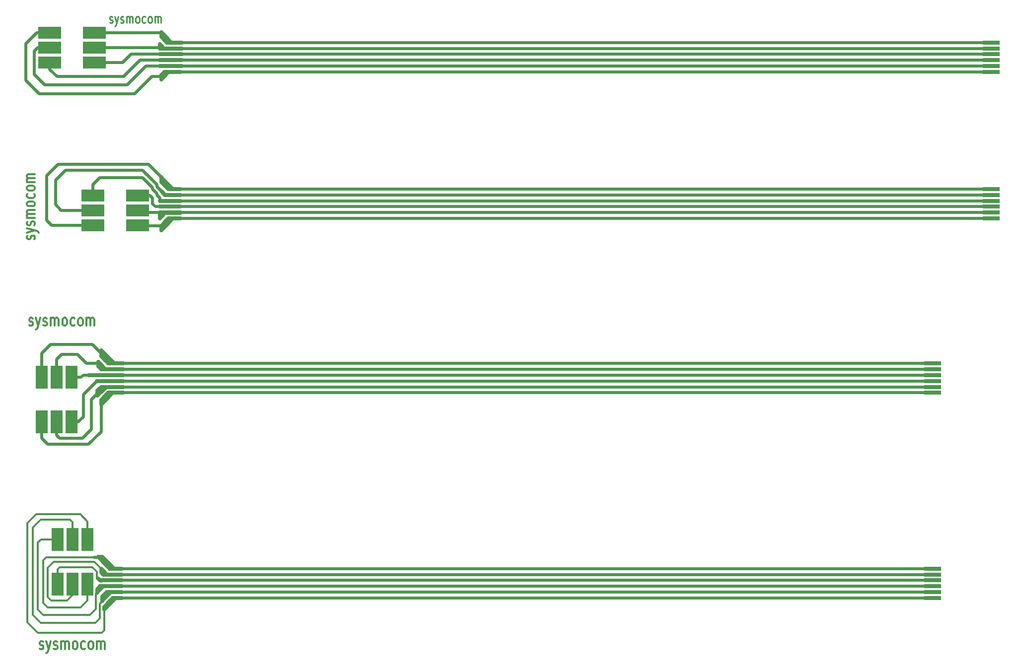
<source format=gtl>
G04 (created by PCBNEW-RS274X (2011-07-02 BZR 3034)-testing) date Thu 15 Dec 2011 12:00:24 PM CET*
G01*
G70*
G90*
%MOIN*%
G04 Gerber Fmt 3.4, Leading zero omitted, Abs format*
%FSLAX34Y34*%
G04 APERTURE LIST*
%ADD10C,0.006000*%
%ADD11C,0.009900*%
%ADD12C,0.012000*%
%ADD13R,0.118100X0.031500*%
%ADD14R,0.157500X0.078700*%
%ADD15R,0.078700X0.157500*%
%ADD16C,0.027600*%
%ADD17C,0.011800*%
%ADD18C,0.019700*%
%ADD19C,0.008000*%
G04 APERTURE END LIST*
G54D10*
G54D11*
X25670Y-10568D02*
X25715Y-10600D01*
X25805Y-10600D01*
X25850Y-10568D01*
X25872Y-10505D01*
X25872Y-10473D01*
X25850Y-10409D01*
X25805Y-10377D01*
X25737Y-10377D01*
X25692Y-10345D01*
X25670Y-10282D01*
X25670Y-10250D01*
X25692Y-10186D01*
X25737Y-10154D01*
X25805Y-10154D01*
X25850Y-10186D01*
X26029Y-10154D02*
X26142Y-10600D01*
X26254Y-10154D02*
X26142Y-10600D01*
X26097Y-10760D01*
X26074Y-10791D01*
X26029Y-10823D01*
X26412Y-10568D02*
X26457Y-10600D01*
X26547Y-10600D01*
X26592Y-10568D01*
X26614Y-10505D01*
X26614Y-10473D01*
X26592Y-10409D01*
X26547Y-10377D01*
X26479Y-10377D01*
X26434Y-10345D01*
X26412Y-10282D01*
X26412Y-10250D01*
X26434Y-10186D01*
X26479Y-10154D01*
X26547Y-10154D01*
X26592Y-10186D01*
X26816Y-10600D02*
X26816Y-10154D01*
X26816Y-10218D02*
X26839Y-10186D01*
X26884Y-10154D01*
X26951Y-10154D01*
X26996Y-10186D01*
X27019Y-10250D01*
X27019Y-10600D01*
X27019Y-10250D02*
X27041Y-10186D01*
X27086Y-10154D01*
X27154Y-10154D01*
X27198Y-10186D01*
X27221Y-10250D01*
X27221Y-10600D01*
X27513Y-10600D02*
X27468Y-10568D01*
X27445Y-10537D01*
X27423Y-10473D01*
X27423Y-10282D01*
X27445Y-10218D01*
X27468Y-10186D01*
X27513Y-10154D01*
X27580Y-10154D01*
X27625Y-10186D01*
X27648Y-10218D01*
X27670Y-10282D01*
X27670Y-10473D01*
X27648Y-10537D01*
X27625Y-10568D01*
X27580Y-10600D01*
X27513Y-10600D01*
X28075Y-10568D02*
X28030Y-10600D01*
X27940Y-10600D01*
X27895Y-10568D01*
X27872Y-10537D01*
X27850Y-10473D01*
X27850Y-10282D01*
X27872Y-10218D01*
X27895Y-10186D01*
X27940Y-10154D01*
X28030Y-10154D01*
X28075Y-10186D01*
X28345Y-10600D02*
X28300Y-10568D01*
X28277Y-10537D01*
X28255Y-10473D01*
X28255Y-10282D01*
X28277Y-10218D01*
X28300Y-10186D01*
X28345Y-10154D01*
X28412Y-10154D01*
X28457Y-10186D01*
X28480Y-10218D01*
X28502Y-10282D01*
X28502Y-10473D01*
X28480Y-10537D01*
X28457Y-10568D01*
X28412Y-10600D01*
X28345Y-10600D01*
X28704Y-10600D02*
X28704Y-10154D01*
X28704Y-10218D02*
X28727Y-10186D01*
X28772Y-10154D01*
X28839Y-10154D01*
X28884Y-10186D01*
X28907Y-10250D01*
X28907Y-10600D01*
X28907Y-10250D02*
X28929Y-10186D01*
X28974Y-10154D01*
X29042Y-10154D01*
X29086Y-10186D01*
X29109Y-10250D01*
X29109Y-10600D01*
G54D12*
X20616Y-25130D02*
X20654Y-25073D01*
X20654Y-24958D01*
X20616Y-24901D01*
X20540Y-24873D01*
X20501Y-24873D01*
X20425Y-24901D01*
X20387Y-24958D01*
X20387Y-25044D01*
X20349Y-25101D01*
X20273Y-25130D01*
X20235Y-25130D01*
X20159Y-25101D01*
X20120Y-25044D01*
X20120Y-24958D01*
X20159Y-24901D01*
X20120Y-24672D02*
X20654Y-24529D01*
X20120Y-24387D02*
X20654Y-24529D01*
X20844Y-24587D01*
X20882Y-24615D01*
X20920Y-24672D01*
X20616Y-24187D02*
X20654Y-24130D01*
X20654Y-24015D01*
X20616Y-23958D01*
X20540Y-23930D01*
X20501Y-23930D01*
X20425Y-23958D01*
X20387Y-24015D01*
X20387Y-24101D01*
X20349Y-24158D01*
X20273Y-24187D01*
X20235Y-24187D01*
X20159Y-24158D01*
X20120Y-24101D01*
X20120Y-24015D01*
X20159Y-23958D01*
X20654Y-23672D02*
X20120Y-23672D01*
X20197Y-23672D02*
X20159Y-23644D01*
X20120Y-23586D01*
X20120Y-23501D01*
X20159Y-23444D01*
X20235Y-23415D01*
X20654Y-23415D01*
X20235Y-23415D02*
X20159Y-23386D01*
X20120Y-23329D01*
X20120Y-23244D01*
X20159Y-23186D01*
X20235Y-23158D01*
X20654Y-23158D01*
X20654Y-22786D02*
X20616Y-22844D01*
X20578Y-22872D01*
X20501Y-22901D01*
X20273Y-22901D01*
X20197Y-22872D01*
X20159Y-22844D01*
X20120Y-22786D01*
X20120Y-22701D01*
X20159Y-22644D01*
X20197Y-22615D01*
X20273Y-22586D01*
X20501Y-22586D01*
X20578Y-22615D01*
X20616Y-22644D01*
X20654Y-22701D01*
X20654Y-22786D01*
X20616Y-22072D02*
X20654Y-22129D01*
X20654Y-22243D01*
X20616Y-22301D01*
X20578Y-22329D01*
X20501Y-22358D01*
X20273Y-22358D01*
X20197Y-22329D01*
X20159Y-22301D01*
X20120Y-22243D01*
X20120Y-22129D01*
X20159Y-22072D01*
X20654Y-21729D02*
X20616Y-21787D01*
X20578Y-21815D01*
X20501Y-21844D01*
X20273Y-21844D01*
X20197Y-21815D01*
X20159Y-21787D01*
X20120Y-21729D01*
X20120Y-21644D01*
X20159Y-21587D01*
X20197Y-21558D01*
X20273Y-21529D01*
X20501Y-21529D01*
X20578Y-21558D01*
X20616Y-21587D01*
X20654Y-21644D01*
X20654Y-21729D01*
X20654Y-21272D02*
X20120Y-21272D01*
X20197Y-21272D02*
X20159Y-21244D01*
X20120Y-21186D01*
X20120Y-21101D01*
X20159Y-21044D01*
X20235Y-21015D01*
X20654Y-21015D01*
X20235Y-21015D02*
X20159Y-20986D01*
X20120Y-20929D01*
X20120Y-20844D01*
X20159Y-20786D01*
X20235Y-20758D01*
X20654Y-20758D01*
X20970Y-52616D02*
X21027Y-52654D01*
X21142Y-52654D01*
X21199Y-52616D01*
X21227Y-52540D01*
X21227Y-52501D01*
X21199Y-52425D01*
X21142Y-52387D01*
X21056Y-52387D01*
X20999Y-52349D01*
X20970Y-52273D01*
X20970Y-52235D01*
X20999Y-52159D01*
X21056Y-52120D01*
X21142Y-52120D01*
X21199Y-52159D01*
X21428Y-52120D02*
X21571Y-52654D01*
X21713Y-52120D02*
X21571Y-52654D01*
X21513Y-52844D01*
X21485Y-52882D01*
X21428Y-52920D01*
X21913Y-52616D02*
X21970Y-52654D01*
X22085Y-52654D01*
X22142Y-52616D01*
X22170Y-52540D01*
X22170Y-52501D01*
X22142Y-52425D01*
X22085Y-52387D01*
X21999Y-52387D01*
X21942Y-52349D01*
X21913Y-52273D01*
X21913Y-52235D01*
X21942Y-52159D01*
X21999Y-52120D01*
X22085Y-52120D01*
X22142Y-52159D01*
X22428Y-52654D02*
X22428Y-52120D01*
X22428Y-52197D02*
X22456Y-52159D01*
X22514Y-52120D01*
X22599Y-52120D01*
X22656Y-52159D01*
X22685Y-52235D01*
X22685Y-52654D01*
X22685Y-52235D02*
X22714Y-52159D01*
X22771Y-52120D01*
X22856Y-52120D01*
X22914Y-52159D01*
X22942Y-52235D01*
X22942Y-52654D01*
X23314Y-52654D02*
X23256Y-52616D01*
X23228Y-52578D01*
X23199Y-52501D01*
X23199Y-52273D01*
X23228Y-52197D01*
X23256Y-52159D01*
X23314Y-52120D01*
X23399Y-52120D01*
X23456Y-52159D01*
X23485Y-52197D01*
X23514Y-52273D01*
X23514Y-52501D01*
X23485Y-52578D01*
X23456Y-52616D01*
X23399Y-52654D01*
X23314Y-52654D01*
X24028Y-52616D02*
X23971Y-52654D01*
X23857Y-52654D01*
X23799Y-52616D01*
X23771Y-52578D01*
X23742Y-52501D01*
X23742Y-52273D01*
X23771Y-52197D01*
X23799Y-52159D01*
X23857Y-52120D01*
X23971Y-52120D01*
X24028Y-52159D01*
X24371Y-52654D02*
X24313Y-52616D01*
X24285Y-52578D01*
X24256Y-52501D01*
X24256Y-52273D01*
X24285Y-52197D01*
X24313Y-52159D01*
X24371Y-52120D01*
X24456Y-52120D01*
X24513Y-52159D01*
X24542Y-52197D01*
X24571Y-52273D01*
X24571Y-52501D01*
X24542Y-52578D01*
X24513Y-52616D01*
X24456Y-52654D01*
X24371Y-52654D01*
X24828Y-52654D02*
X24828Y-52120D01*
X24828Y-52197D02*
X24856Y-52159D01*
X24914Y-52120D01*
X24999Y-52120D01*
X25056Y-52159D01*
X25085Y-52235D01*
X25085Y-52654D01*
X25085Y-52235D02*
X25114Y-52159D01*
X25171Y-52120D01*
X25256Y-52120D01*
X25314Y-52159D01*
X25342Y-52235D01*
X25342Y-52654D01*
X20270Y-30896D02*
X20327Y-30934D01*
X20442Y-30934D01*
X20499Y-30896D01*
X20527Y-30820D01*
X20527Y-30781D01*
X20499Y-30705D01*
X20442Y-30667D01*
X20356Y-30667D01*
X20299Y-30629D01*
X20270Y-30553D01*
X20270Y-30515D01*
X20299Y-30439D01*
X20356Y-30400D01*
X20442Y-30400D01*
X20499Y-30439D01*
X20728Y-30400D02*
X20871Y-30934D01*
X21013Y-30400D02*
X20871Y-30934D01*
X20813Y-31124D01*
X20785Y-31162D01*
X20728Y-31200D01*
X21213Y-30896D02*
X21270Y-30934D01*
X21385Y-30934D01*
X21442Y-30896D01*
X21470Y-30820D01*
X21470Y-30781D01*
X21442Y-30705D01*
X21385Y-30667D01*
X21299Y-30667D01*
X21242Y-30629D01*
X21213Y-30553D01*
X21213Y-30515D01*
X21242Y-30439D01*
X21299Y-30400D01*
X21385Y-30400D01*
X21442Y-30439D01*
X21728Y-30934D02*
X21728Y-30400D01*
X21728Y-30477D02*
X21756Y-30439D01*
X21814Y-30400D01*
X21899Y-30400D01*
X21956Y-30439D01*
X21985Y-30515D01*
X21985Y-30934D01*
X21985Y-30515D02*
X22014Y-30439D01*
X22071Y-30400D01*
X22156Y-30400D01*
X22214Y-30439D01*
X22242Y-30515D01*
X22242Y-30934D01*
X22614Y-30934D02*
X22556Y-30896D01*
X22528Y-30858D01*
X22499Y-30781D01*
X22499Y-30553D01*
X22528Y-30477D01*
X22556Y-30439D01*
X22614Y-30400D01*
X22699Y-30400D01*
X22756Y-30439D01*
X22785Y-30477D01*
X22814Y-30553D01*
X22814Y-30781D01*
X22785Y-30858D01*
X22756Y-30896D01*
X22699Y-30934D01*
X22614Y-30934D01*
X23328Y-30896D02*
X23271Y-30934D01*
X23157Y-30934D01*
X23099Y-30896D01*
X23071Y-30858D01*
X23042Y-30781D01*
X23042Y-30553D01*
X23071Y-30477D01*
X23099Y-30439D01*
X23157Y-30400D01*
X23271Y-30400D01*
X23328Y-30439D01*
X23671Y-30934D02*
X23613Y-30896D01*
X23585Y-30858D01*
X23556Y-30781D01*
X23556Y-30553D01*
X23585Y-30477D01*
X23613Y-30439D01*
X23671Y-30400D01*
X23756Y-30400D01*
X23813Y-30439D01*
X23842Y-30477D01*
X23871Y-30553D01*
X23871Y-30781D01*
X23842Y-30858D01*
X23813Y-30896D01*
X23756Y-30934D01*
X23671Y-30934D01*
X24128Y-30934D02*
X24128Y-30400D01*
X24128Y-30477D02*
X24156Y-30439D01*
X24214Y-30400D01*
X24299Y-30400D01*
X24356Y-30439D01*
X24385Y-30515D01*
X24385Y-30934D01*
X24385Y-30515D02*
X24414Y-30439D01*
X24471Y-30400D01*
X24556Y-30400D01*
X24614Y-30439D01*
X24642Y-30515D01*
X24642Y-30934D01*
G54D13*
X84843Y-13878D03*
X84843Y-13485D03*
X84843Y-13091D03*
X84843Y-12697D03*
X84843Y-12303D03*
X84843Y-11910D03*
X84843Y-23720D03*
X84843Y-23327D03*
X84843Y-22933D03*
X84843Y-22539D03*
X84843Y-22145D03*
X84843Y-21752D03*
X80906Y-35433D03*
X80906Y-35040D03*
X80906Y-34646D03*
X80906Y-34252D03*
X80906Y-33858D03*
X80906Y-33465D03*
X80906Y-49212D03*
X80906Y-48819D03*
X80906Y-48425D03*
X80906Y-48031D03*
X80906Y-47637D03*
X80906Y-47244D03*
G54D14*
X21654Y-11260D03*
X21654Y-12260D03*
X21654Y-13260D03*
X24654Y-11260D03*
X24654Y-12260D03*
X24654Y-13260D03*
X27559Y-24174D03*
X27559Y-23174D03*
X27559Y-22174D03*
X24559Y-24174D03*
X24559Y-23174D03*
X24559Y-22174D03*
G54D15*
X21122Y-37401D03*
X22122Y-37401D03*
X23122Y-37401D03*
X21122Y-34401D03*
X22122Y-34401D03*
X23122Y-34401D03*
X24193Y-45276D03*
X23193Y-45276D03*
X22193Y-45276D03*
X24193Y-48276D03*
X23193Y-48276D03*
X22193Y-48276D03*
G54D16*
X25097Y-48031D02*
X25000Y-48031D01*
X25000Y-48031D02*
X24902Y-47933D01*
G54D17*
X25097Y-48031D02*
X24901Y-48031D01*
X24508Y-47146D02*
X22304Y-47146D01*
X24803Y-47441D02*
X24508Y-47146D01*
X24803Y-47933D02*
X24803Y-47441D01*
X24901Y-48031D02*
X24803Y-47933D01*
X22174Y-47276D02*
X22174Y-48276D01*
X22304Y-47146D02*
X22174Y-47276D01*
G54D18*
X24450Y-36122D02*
X24450Y-35885D01*
X24450Y-35885D02*
X24863Y-35472D01*
G54D16*
X25689Y-35040D02*
X25453Y-35040D01*
X25453Y-35040D02*
X24863Y-35630D01*
X24863Y-35630D02*
X24863Y-35472D01*
X25098Y-35040D02*
X25689Y-35040D01*
X24863Y-35472D02*
X24863Y-35275D01*
X24863Y-35275D02*
X25098Y-35040D01*
G54D18*
X22102Y-38302D02*
X22300Y-38500D01*
X22300Y-38500D02*
X23850Y-38500D01*
X23850Y-38500D02*
X24450Y-37900D01*
X24450Y-37900D02*
X24450Y-36122D01*
X22102Y-38302D02*
X22102Y-37401D01*
G54D16*
X30512Y-13091D02*
X29035Y-13091D01*
G54D18*
X31450Y-13091D02*
X84843Y-13091D01*
X21654Y-13260D02*
X21654Y-13704D01*
X27709Y-13091D02*
X29035Y-13091D01*
X26600Y-14200D02*
X27709Y-13091D01*
X22150Y-14200D02*
X26600Y-14200D01*
X21654Y-13704D02*
X22150Y-14200D01*
X29035Y-13091D02*
X30512Y-13091D01*
X30512Y-13091D02*
X31450Y-13091D01*
X31450Y-13091D02*
X31496Y-13091D01*
G54D16*
X30397Y-22933D02*
X29035Y-22933D01*
G54D18*
X28374Y-22174D02*
X28543Y-22343D01*
X28543Y-22343D02*
X28543Y-22736D01*
X28543Y-22736D02*
X28740Y-22933D01*
X28740Y-22933D02*
X29035Y-22933D01*
X27559Y-22174D02*
X28374Y-22174D01*
X30397Y-22933D02*
X30413Y-22933D01*
X84843Y-22933D02*
X31496Y-22933D01*
X30413Y-22933D02*
X31496Y-22933D01*
X23900Y-35728D02*
X23900Y-35549D01*
X23900Y-35549D02*
X24803Y-34646D01*
G54D16*
X26575Y-34646D02*
X24803Y-34646D01*
G54D18*
X80906Y-34646D02*
X31496Y-34646D01*
X31496Y-34646D02*
X26575Y-34646D01*
X23549Y-37401D02*
X23102Y-37401D01*
X23900Y-37050D02*
X23549Y-37401D01*
X23900Y-35728D02*
X23900Y-37050D01*
G54D16*
X26476Y-48425D02*
X25002Y-48425D01*
G54D18*
X25197Y-48524D02*
X25000Y-48524D01*
X25000Y-48524D02*
X24804Y-48720D01*
X25394Y-48425D02*
X25296Y-48425D01*
X25296Y-48425D02*
X25197Y-48524D01*
X25197Y-48524D02*
X24804Y-48917D01*
X24804Y-48917D02*
X24804Y-48720D01*
X24804Y-48720D02*
X24804Y-48623D01*
X24804Y-48623D02*
X25002Y-48425D01*
X25002Y-48425D02*
X25394Y-48425D01*
G54D17*
X24750Y-48917D02*
X24804Y-48917D01*
X24804Y-48917D02*
X25296Y-48425D01*
G54D18*
X80906Y-48425D02*
X31496Y-48425D01*
X31496Y-48425D02*
X26476Y-48425D01*
X26476Y-48425D02*
X25394Y-48425D01*
G54D17*
X24750Y-49950D02*
X24350Y-50350D01*
X21074Y-45276D02*
X22174Y-45276D01*
X20850Y-45500D02*
X21074Y-45276D01*
X20850Y-50000D02*
X20850Y-45500D01*
X21200Y-50350D02*
X20850Y-50000D01*
X24350Y-50350D02*
X21200Y-50350D01*
X24750Y-48917D02*
X24750Y-49950D01*
G54D18*
X27910Y-11260D02*
X29134Y-11260D01*
X29134Y-11260D02*
X29134Y-11319D01*
G54D16*
X30512Y-11910D02*
X29824Y-11910D01*
X29824Y-11910D02*
X29134Y-11220D01*
X29134Y-11220D02*
X29134Y-11319D01*
X29528Y-11910D02*
X30512Y-11910D01*
X29134Y-11319D02*
X29134Y-11516D01*
X29134Y-11516D02*
X29528Y-11910D01*
G54D18*
X84843Y-11910D02*
X31496Y-11910D01*
X30512Y-11910D02*
X31496Y-11910D01*
X27910Y-11260D02*
X24654Y-11260D01*
G54D16*
X29150Y-20966D02*
X29150Y-20981D01*
X29921Y-21752D02*
X29626Y-21752D01*
X29150Y-20981D02*
X29921Y-21752D01*
X29626Y-21752D02*
X29331Y-21457D01*
X29331Y-21457D02*
X29150Y-21276D01*
X29150Y-21276D02*
X29150Y-20966D01*
X29150Y-20966D02*
X29150Y-21276D01*
X30413Y-21752D02*
X29626Y-21752D01*
G54D18*
X31450Y-21752D02*
X30413Y-21752D01*
G54D16*
X29626Y-21752D02*
X29150Y-21276D01*
G54D18*
X28150Y-20100D02*
X22200Y-20100D01*
X22200Y-20100D02*
X21450Y-20850D01*
X21450Y-20850D02*
X21450Y-23850D01*
X21450Y-23850D02*
X21774Y-24174D01*
X28284Y-20100D02*
X29150Y-20966D01*
X28150Y-20100D02*
X28284Y-20100D01*
X21774Y-24174D02*
X24559Y-24174D01*
X31450Y-21752D02*
X84843Y-21752D01*
X31496Y-21752D02*
X31450Y-21752D01*
G54D16*
X26575Y-33465D02*
X25984Y-33465D01*
X25984Y-33465D02*
X25098Y-32579D01*
X25098Y-32579D02*
X25098Y-32972D01*
X25098Y-32972D02*
X25591Y-33465D01*
X25591Y-33465D02*
X25984Y-33465D01*
G54D18*
X25984Y-33465D02*
X25788Y-33465D01*
X23917Y-32200D02*
X21700Y-32200D01*
X21700Y-32200D02*
X21102Y-32798D01*
X21102Y-32798D02*
X21102Y-34401D01*
X23917Y-32200D02*
X24523Y-32200D01*
X25788Y-33465D02*
X24523Y-32200D01*
X31496Y-33465D02*
X26575Y-33465D01*
X80906Y-33465D02*
X31496Y-33465D01*
X24606Y-46500D02*
X25240Y-46500D01*
X25240Y-46500D02*
X25197Y-46457D01*
G54D16*
X26476Y-47244D02*
X25984Y-47244D01*
X25984Y-47244D02*
X25197Y-46457D01*
X25197Y-46457D02*
X24902Y-46457D01*
X25689Y-47244D02*
X25984Y-47244D01*
X24902Y-46457D02*
X25689Y-47244D01*
G54D18*
X31400Y-47244D02*
X80906Y-47244D01*
X31400Y-47244D02*
X26476Y-47244D01*
G54D17*
X21550Y-46500D02*
X21400Y-46500D01*
X21200Y-46700D02*
X21200Y-49550D01*
X21400Y-46500D02*
X21200Y-46700D01*
X24606Y-46500D02*
X21550Y-46500D01*
X24174Y-49376D02*
X24174Y-48276D01*
X21200Y-49550D02*
X21500Y-49850D01*
X21500Y-49850D02*
X23700Y-49850D01*
X23700Y-49850D02*
X24174Y-49376D01*
G54D16*
X30512Y-12697D02*
X29035Y-12697D01*
G54D18*
X84843Y-12697D02*
X31496Y-12697D01*
X26540Y-13260D02*
X27103Y-12697D01*
X27103Y-12697D02*
X29035Y-12697D01*
X26540Y-13260D02*
X24654Y-13260D01*
X29035Y-12697D02*
X30512Y-12697D01*
X30512Y-12697D02*
X31496Y-12697D01*
X28550Y-21752D02*
X28550Y-21660D01*
X28550Y-21660D02*
X27890Y-21000D01*
X29035Y-22539D02*
X29035Y-22342D01*
X28839Y-22146D02*
X28839Y-22047D01*
X29035Y-22342D02*
X28839Y-22146D01*
G54D16*
X30413Y-22539D02*
X29232Y-22539D01*
X29035Y-22539D02*
X29232Y-22539D01*
G54D18*
X28550Y-21758D02*
X28550Y-21752D01*
X28839Y-22047D02*
X28550Y-21758D01*
X84843Y-22539D02*
X31496Y-22539D01*
X27890Y-21000D02*
X25000Y-21000D01*
X25000Y-21000D02*
X24559Y-21441D01*
X24559Y-21441D02*
X24559Y-22174D01*
X31496Y-22539D02*
X30413Y-22539D01*
G54D16*
X26575Y-34252D02*
X24270Y-34252D01*
X24270Y-34252D02*
X24270Y-34268D01*
X24270Y-34268D02*
X24270Y-34252D01*
G54D18*
X80906Y-34252D02*
X31496Y-34252D01*
X23898Y-34252D02*
X23749Y-34401D01*
X23749Y-34401D02*
X23102Y-34401D01*
X31496Y-34252D02*
X26575Y-34252D01*
X24270Y-34252D02*
X23898Y-34252D01*
G54D16*
X26476Y-48031D02*
X25097Y-48031D01*
X25081Y-48047D02*
X25081Y-48031D01*
X25097Y-48031D02*
X25081Y-48047D01*
G54D18*
X80906Y-48031D02*
X31496Y-48031D01*
G54D17*
X25081Y-48031D02*
X25081Y-48031D01*
G54D18*
X31496Y-48031D02*
X26476Y-48031D01*
G54D16*
X30512Y-13485D02*
X29036Y-13485D01*
G54D18*
X84843Y-13485D02*
X31496Y-13485D01*
X20840Y-12260D02*
X20600Y-12500D01*
X20600Y-12500D02*
X20600Y-14050D01*
X20600Y-14050D02*
X21300Y-14750D01*
X21300Y-14750D02*
X26850Y-14750D01*
X26850Y-14750D02*
X28115Y-13485D01*
X28115Y-13485D02*
X29036Y-13485D01*
X20840Y-12260D02*
X21654Y-12260D01*
X29036Y-13485D02*
X30512Y-13485D01*
X30512Y-13485D02*
X31496Y-13485D01*
X29134Y-23327D02*
X27712Y-23327D01*
X27712Y-23327D02*
X27559Y-23174D01*
G54D16*
X30413Y-23327D02*
X29134Y-23327D01*
X29134Y-23327D02*
X29065Y-23327D01*
X29398Y-23357D02*
X29428Y-23327D01*
X29035Y-23357D02*
X29398Y-23357D01*
X29065Y-23327D02*
X29035Y-23357D01*
X30413Y-23342D02*
X30413Y-23327D01*
X29050Y-23342D02*
X30413Y-23342D01*
X29035Y-23327D02*
X29050Y-23342D01*
X29035Y-23720D02*
X29035Y-23327D01*
X29428Y-23327D02*
X29035Y-23720D01*
G54D18*
X84843Y-23327D02*
X31496Y-23327D01*
X30413Y-23327D02*
X30413Y-23327D01*
X30413Y-23327D02*
X31496Y-23327D01*
G54D16*
X25394Y-35040D02*
X25393Y-35040D01*
X25689Y-35040D02*
X25393Y-35040D01*
X26575Y-35040D02*
X25689Y-35040D01*
X25689Y-35040D02*
X25394Y-35040D01*
G54D18*
X80906Y-35040D02*
X31496Y-35040D01*
X25393Y-35040D02*
X26575Y-35040D01*
X26575Y-35040D02*
X31496Y-35040D01*
G54D16*
X25788Y-48819D02*
X25492Y-48819D01*
X25178Y-49133D02*
X25178Y-49390D01*
X25492Y-48819D02*
X25178Y-49133D01*
X25178Y-49390D02*
X25749Y-48819D01*
X25749Y-48819D02*
X25788Y-48819D01*
X25788Y-48819D02*
X26476Y-48819D01*
X25788Y-48819D02*
X25749Y-48819D01*
X25178Y-49390D02*
X25178Y-49429D01*
G54D17*
X25001Y-49606D02*
X25178Y-49429D01*
X25000Y-49606D02*
X25000Y-50600D01*
X25000Y-49606D02*
X25001Y-49606D01*
G54D16*
X25749Y-48819D02*
X25178Y-49390D01*
G54D17*
X25788Y-48819D02*
X25788Y-48819D01*
G54D18*
X31450Y-48819D02*
X80906Y-48819D01*
X31496Y-48819D02*
X31450Y-48819D01*
X31450Y-48819D02*
X26476Y-48819D01*
G54D17*
X23950Y-50900D02*
X24700Y-50900D01*
X24700Y-50900D02*
X25000Y-50600D01*
X25000Y-50600D02*
X24700Y-50900D01*
X21050Y-50900D02*
X20500Y-50350D01*
X20500Y-50350D02*
X20500Y-44500D01*
X20500Y-44500D02*
X21050Y-43950D01*
X21050Y-43950D02*
X23000Y-43950D01*
X23000Y-43950D02*
X23174Y-44124D01*
X23950Y-50900D02*
X21050Y-50900D01*
X23174Y-44124D02*
X23174Y-45276D01*
G54D19*
X23174Y-45276D02*
X23174Y-44124D01*
G54D18*
X29134Y-14173D02*
X28527Y-14173D01*
X28527Y-14173D02*
X27350Y-15350D01*
G54D16*
X30413Y-13878D02*
X29626Y-13878D01*
X29626Y-13878D02*
X29134Y-14370D01*
X29134Y-14370D02*
X29134Y-14173D01*
X29134Y-14173D02*
X29134Y-14075D01*
X29134Y-14075D02*
X29331Y-13878D01*
X29331Y-13878D02*
X29626Y-13878D01*
G54D18*
X84843Y-13878D02*
X31496Y-13878D01*
X20790Y-11260D02*
X20050Y-12000D01*
X20790Y-11260D02*
X21654Y-11260D01*
X20950Y-15350D02*
X27350Y-15350D01*
X20050Y-14450D02*
X20950Y-15350D01*
X20050Y-12000D02*
X20050Y-14450D01*
X29626Y-13878D02*
X30413Y-13878D01*
X30413Y-13878D02*
X31496Y-13878D01*
X29134Y-24213D02*
X27598Y-24213D01*
X27598Y-24213D02*
X27559Y-24174D01*
G54D16*
X30413Y-23720D02*
X29922Y-23720D01*
X29922Y-23720D02*
X29134Y-24508D01*
X29627Y-23720D02*
X30413Y-23720D01*
X29134Y-24508D02*
X29134Y-24213D01*
X29134Y-24213D02*
X29627Y-23720D01*
G54D18*
X84843Y-23720D02*
X30413Y-23720D01*
X30413Y-23720D02*
X30270Y-23720D01*
X30270Y-23720D02*
X31496Y-23720D01*
X25100Y-36417D02*
X25100Y-36219D01*
X24250Y-38900D02*
X25100Y-38050D01*
X21102Y-38502D02*
X21102Y-37401D01*
X21102Y-38502D02*
X21500Y-38900D01*
X21500Y-38900D02*
X24250Y-38900D01*
X25100Y-38050D02*
X25100Y-36417D01*
G54D16*
X26575Y-35433D02*
X25886Y-35433D01*
X25886Y-35433D02*
X25100Y-36219D01*
X25100Y-36219D02*
X25100Y-35927D01*
X25594Y-35433D02*
X25886Y-35433D01*
X25100Y-35927D02*
X25594Y-35433D01*
G54D18*
X80906Y-35433D02*
X31496Y-35433D01*
X25886Y-35433D02*
X26575Y-35433D01*
X26575Y-35433D02*
X31496Y-35433D01*
G54D16*
X26083Y-49213D02*
X25889Y-49213D01*
X25299Y-49803D02*
X25299Y-50000D01*
X25889Y-49213D02*
X25299Y-49803D01*
X25299Y-50000D02*
X26083Y-49216D01*
X26083Y-49216D02*
X26083Y-49212D01*
X26083Y-49212D02*
X26083Y-49216D01*
X26083Y-49216D02*
X25299Y-50000D01*
X25299Y-50000D02*
X25300Y-50000D01*
X26083Y-49212D02*
X26475Y-49212D01*
X25300Y-50000D02*
X25300Y-50000D01*
X26083Y-49212D02*
X26083Y-49213D01*
X26083Y-49213D02*
X26083Y-49212D01*
G54D18*
X80906Y-49212D02*
X31488Y-49212D01*
X31496Y-49212D02*
X31488Y-49212D01*
X31488Y-49212D02*
X26475Y-49212D01*
G54D17*
X24174Y-45276D02*
X24174Y-44074D01*
X20850Y-51550D02*
X25150Y-51550D01*
X20150Y-50850D02*
X20850Y-51550D01*
X20150Y-44200D02*
X20150Y-50850D01*
X20750Y-43600D02*
X20150Y-44200D01*
X23700Y-43600D02*
X20750Y-43600D01*
X24174Y-44074D02*
X23700Y-43600D01*
X25150Y-51550D02*
X25300Y-51400D01*
X25300Y-50000D02*
X25300Y-51400D01*
G54D19*
X25300Y-51400D02*
X25150Y-51550D01*
G54D18*
X28740Y-12260D02*
X28992Y-12260D01*
X28992Y-12260D02*
X29035Y-12303D01*
X27910Y-12260D02*
X28740Y-12260D01*
G54D16*
X30512Y-12303D02*
X29330Y-12303D01*
X29330Y-12303D02*
X29035Y-12008D01*
X29035Y-12303D02*
X30512Y-12303D01*
X29035Y-12008D02*
X29035Y-12303D01*
G54D18*
X84843Y-12303D02*
X31496Y-12303D01*
X30512Y-12303D02*
X31496Y-12303D01*
X27910Y-12260D02*
X24654Y-12260D01*
X28850Y-21457D02*
X28839Y-21457D01*
X28839Y-21457D02*
X27882Y-20500D01*
X28850Y-21457D02*
X28850Y-21600D01*
X28850Y-21600D02*
X29167Y-21917D01*
G54D16*
X29167Y-21917D02*
X29395Y-22145D01*
X29395Y-22145D02*
X30412Y-22145D01*
G54D17*
X28850Y-21600D02*
X29167Y-21917D01*
X28850Y-21600D02*
X29395Y-22145D01*
X29395Y-22145D02*
X30019Y-22145D01*
X30019Y-22145D02*
X30020Y-22146D01*
X30020Y-22146D02*
X30020Y-22145D01*
G54D18*
X84843Y-22145D02*
X31355Y-22145D01*
X29395Y-22145D02*
X30020Y-22145D01*
X30020Y-22145D02*
X30412Y-22145D01*
X30412Y-22145D02*
X31355Y-22145D01*
X31355Y-22145D02*
X31496Y-22145D01*
X24559Y-23174D02*
X22424Y-23174D01*
X22700Y-20500D02*
X27882Y-20500D01*
X22050Y-21150D02*
X22700Y-20500D01*
X22050Y-22800D02*
X22050Y-21150D01*
X22424Y-23174D02*
X22050Y-22800D01*
G54D16*
X25394Y-33858D02*
X25099Y-33858D01*
X24902Y-33661D02*
X24902Y-33367D01*
X25099Y-33858D02*
X24902Y-33661D01*
G54D18*
X24902Y-33465D02*
X24115Y-33465D01*
X24115Y-33465D02*
X23500Y-32850D01*
G54D16*
X24902Y-33367D02*
X24902Y-33465D01*
G54D18*
X22450Y-32850D02*
X23500Y-32850D01*
X22102Y-33198D02*
X22450Y-32850D01*
X22102Y-34401D02*
X22102Y-33198D01*
G54D16*
X26575Y-33858D02*
X25394Y-33858D01*
X25394Y-33858D02*
X25393Y-33858D01*
X25393Y-33858D02*
X24902Y-33367D01*
G54D18*
X80906Y-33858D02*
X31496Y-33858D01*
X26575Y-33858D02*
X31496Y-33858D01*
G54D16*
X26476Y-47637D02*
X25257Y-47637D01*
X25257Y-47637D02*
X25102Y-47482D01*
X25492Y-47638D02*
X25492Y-47637D01*
X25491Y-47637D02*
X25492Y-47638D01*
X25487Y-47637D02*
X25491Y-47637D01*
X25102Y-47252D02*
X25487Y-47637D01*
X25102Y-47482D02*
X25102Y-47252D01*
G54D18*
X30600Y-47637D02*
X33087Y-47637D01*
X31250Y-47637D02*
X31937Y-47637D01*
X80906Y-47637D02*
X33087Y-47637D01*
X33087Y-47637D02*
X31937Y-47637D01*
X31937Y-47637D02*
X31496Y-47637D01*
X31496Y-47637D02*
X31450Y-47637D01*
X31450Y-47637D02*
X31250Y-47637D01*
X31250Y-47637D02*
X30600Y-47637D01*
X30600Y-47637D02*
X26476Y-47637D01*
X26476Y-47637D02*
X25492Y-47637D01*
X25492Y-47637D02*
X25257Y-47637D01*
G54D17*
X23174Y-49026D02*
X23174Y-48276D01*
X25257Y-47637D02*
X25050Y-47430D01*
X25050Y-47430D02*
X25050Y-47200D01*
X25050Y-47200D02*
X24650Y-46800D01*
X24650Y-46800D02*
X21900Y-46800D01*
X21900Y-46800D02*
X21500Y-47200D01*
X21500Y-47200D02*
X21500Y-49150D01*
X21500Y-49150D02*
X21750Y-49400D01*
X21750Y-49400D02*
X22800Y-49400D01*
X22800Y-49400D02*
X23174Y-49026D01*
M02*

</source>
